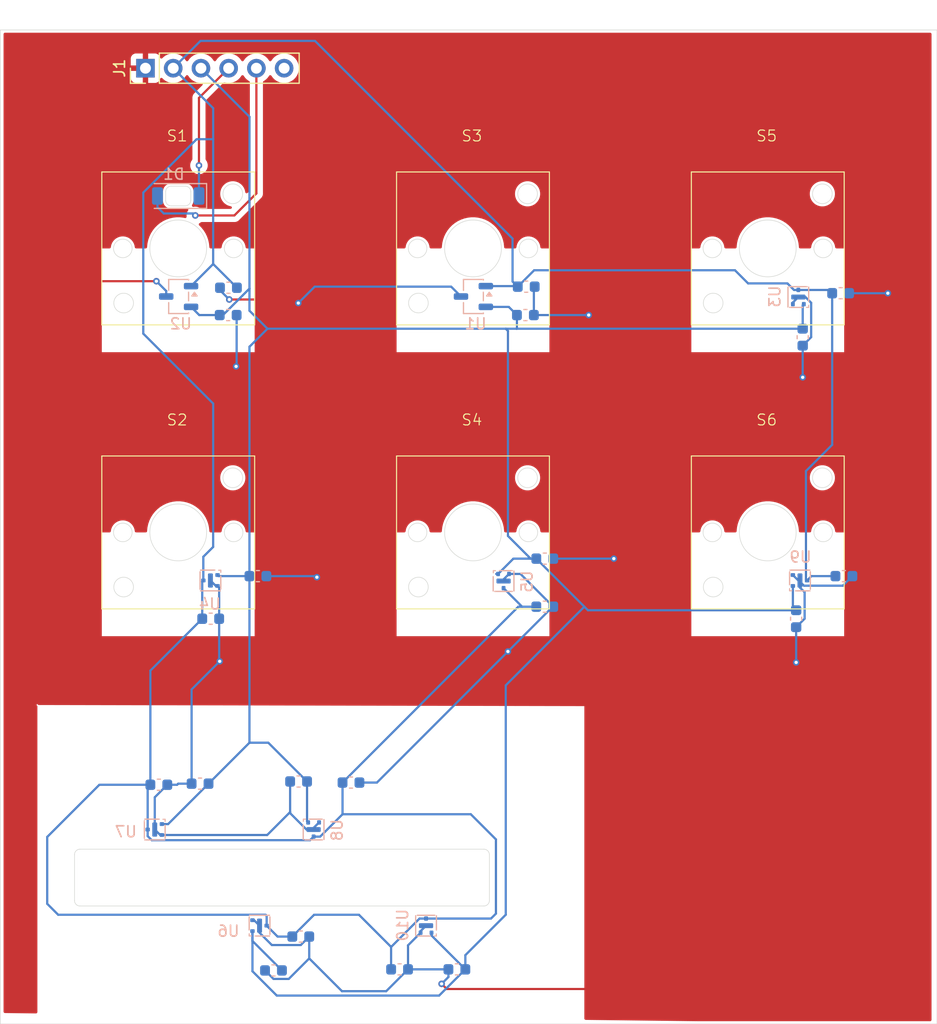
<source format=kicad_pcb>
(kicad_pcb (version 20241229) (generator "pcbnew") (generator_version "9.0")
  (layers (0 "F.Cu" signal) (2 "B.Cu" signal) (13 "F.Paste" user) (15 "B.Paste" user) (5 "F.SilkS" user "F.Silkscreen") (7 "B.SilkS" user "B.Silkscreen") (1 "F.Mask" user) (3 "B.Mask" user) (25 "Edge.Cuts" user))
  (net 0 "")
  (net 1 "GND")
  (net 2 "/Vout")
  (net 3 "VDD")
  (net 4 "Net-(D1-K)")
  (net 5 "Net-(D1-A)")
  (footprint "tmr-lib:combined_sw_lowpro" (layer "F.Cu") (at 147 96)
    (property "Reference" "S4" (at -0.1 -10.3 0) (layer "F.SilkS") (effects (font (thickness 0.1))))
    (property "Value" "TMR_switch")
    (fp_circle (center -5.075 0) (end -4.225 0) (stroke (width 0.05)) (fill no) (layer "Edge.Cuts"))
    (fp_circle (center -5 5) (end -4.1 5) (stroke (width 0.05)) (fill no) (layer "Edge.Cuts"))
    (fp_circle (center 0 0) (end 2.6 0) (stroke (width 0.05)) (fill no) (layer "Edge.Cuts"))
    (fp_circle (center 5 -5) (end 5.9 -5) (stroke (width 0.05)) (fill no) (layer "Edge.Cuts"))
    (fp_circle (center 5.075 0) (end 5.925 0) (stroke (width 0.05)) (fill no) (layer "Edge.Cuts"))
    (zone (net 0) (net_name "") (layers "F.Cu" "B.Cu") (connect_pads (clearance 0)) (min_thickness 0.25)
      (keepout (tracks allowed) (vias allowed) (pads allowed) (copperpour not_allowed) (footprints allowed))
      (fill (thermal_gap 0.5) (thermal_bridge_width 0.5))
      (polygon (pts (xy 140 96) (xy 154 96) (xy 154 105.5) (xy 140 105.5)))
    )
  )
  (footprint "tmr-lib:combined_sw_lowpro" (layer "F.Cu") (at 120 70)
    (property "Reference" "S1" (at -0.1 -10.3 0) (layer "F.SilkS") (effects (font (thickness 0.1))))
    (property "Value" "TMR_switch")
    (fp_circle (center -5.075 0) (end -4.225 0) (stroke (width 0.05)) (fill no) (layer "Edge.Cuts"))
    (fp_circle (center -5 5) (end -4.1 5) (stroke (width 0.05)) (fill no) (layer "Edge.Cuts"))
    (fp_circle (center 0 0) (end 2.6 0) (stroke (width 0.05)) (fill no) (layer "Edge.Cuts"))
    (fp_circle (center 5 -5) (end 5.9 -5) (stroke (width 0.05)) (fill no) (layer "Edge.Cuts"))
    (fp_circle (center 5.075 0) (end 5.925 0) (stroke (width 0.05)) (fill no) (layer "Edge.Cuts"))
    (zone (net 0) (net_name "") (layers "F.Cu" "B.Cu") (connect_pads (clearance 0)) (min_thickness 0.25)
      (keepout (tracks allowed) (vias allowed) (pads allowed) (copperpour not_allowed) (footprints allowed))
      (fill (thermal_gap 0.5) (thermal_bridge_width 0.5))
      (polygon (pts (xy 113 70) (xy 127 70) (xy 127 79.5) (xy 113 79.5)))
    )
  )
  (footprint "tmr-lib:combined_sw_lowpro" (layer "F.Cu") (at 174 96)
    (property "Reference" "S6" (at -0.1 -10.3 0) (layer "F.SilkS") (effects (font (thickness 0.1))))
    (property "Value" "TMR_switch")
    (fp_circle (center -5.075 0) (end -4.225 0) (stroke (width 0.05)) (fill no) (layer "Edge.Cuts"))
    (fp_circle (center -5 5) (end -4.1 5) (stroke (width 0.05)) (fill no) (layer "Edge.Cuts"))
    (fp_circle (center 0 0) (end 2.6 0) (stroke (width 0.05)) (fill no) (layer "Edge.Cuts"))
    (fp_circle (center 5 -5) (end 5.9 -5) (stroke (width 0.05)) (fill no) (layer "Edge.Cuts"))
    (fp_circle (center 5.075 0) (end 5.925 0) (stroke (width 0.05)) (fill no) (layer "Edge.Cuts"))
    (zone (net 0) (net_name "") (layers "F.Cu" "B.Cu") (connect_pads (clearance 0)) (min_thickness 0.25)
      (keepout (tracks allowed) (vias allowed) (pads allowed) (copperpour not_allowed) (footprints allowed))
      (fill (thermal_gap 0.5) (thermal_bridge_width 0.5))
      (polygon (pts (xy 167 96) (xy 181 96) (xy 181 105.5) (xy 167 105.5)))
    )
  )
  (footprint "tmr-lib:combined_sw_lowpro" (layer "F.Cu") (at 174 70)
    (property "Reference" "S5" (at -0.1 -10.3 0) (layer "F.SilkS") (effects (font (thickness 0.1))))
    (property "Value" "TMR_switch")
    (fp_circle (center -5.075 0) (end -4.225 0) (stroke (width 0.05)) (fill no) (layer "Edge.Cuts"))
    (fp_circle (center -5 5) (end -4.1 5) (stroke (width 0.05)) (fill no) (layer "Edge.Cuts"))
    (fp_circle (center 0 0) (end 2.6 0) (stroke (width 0.05)) (fill no) (layer "Edge.Cuts"))
    (fp_circle (center 5 -5) (end 5.9 -5) (stroke (width 0.05)) (fill no) (layer "Edge.Cuts"))
    (fp_circle (center 5.075 0) (end 5.925 0) (stroke (width 0.05)) (fill no) (layer "Edge.Cuts"))
    (zone (net 0) (net_name "") (layers "F.Cu" "B.Cu") (connect_pads (clearance 0)) (min_thickness 0.25)
      (keepout (tracks allowed) (vias allowed) (pads allowed) (copperpour not_allowed) (footprints allowed))
      (fill (thermal_gap 0.5) (thermal_bridge_width 0.5))
      (polygon (pts (xy 167 70) (xy 181 70) (xy 181 79.5) (xy 167 79.5)))
    )
  )
  (footprint "Connector_PinHeader_2.54mm:PinHeader_1x06_P2.54mm_Vertical" (layer "F.Cu") (at 117 53.5 90)
    (property "Reference" "J1" (at 0 -2.38 90) (layer "F.SilkS"))
    (property "Value" "Conn_01x06_Pin")
    (pad "1" thru_hole rect (at 0 0 90) (size 1.7 1.7) (drill 1) (layers "*.Cu" "*.Mask") (net 1 "GND"))
    (pad "2" thru_hole circle (at 0 2.54 90) (size 1.7 1.7) (drill 1) (layers "*.Cu" "*.Mask") (net 3 "VDD"))
    (pad "3" thru_hole circle (at 0 5.08 90) (size 1.7 1.7) (drill 1) (layers "*.Cu" "*.Mask") (net 2 "/Vout"))
    (pad "4" thru_hole circle (at 0 7.62 90) (size 1.7 1.7) (drill 1) (layers "*.Cu" "*.Mask") (net 4 "Net-(D1-K)"))
    (pad "5" thru_hole circle (at 0 10.16 90) (size 1.7 1.7) (drill 1) (layers "*.Cu" "*.Mask") (net 5 "Net-(D1-A)"))
    (pad "6" thru_hole circle (at 0 12.7 90) (size 1.7 1.7) (drill 1) (layers "*.Cu" "*.Mask"))
  )
  (footprint "tmr-lib:combined_sw_lowpro" (layer "F.Cu") (at 147 70)
    (property "Reference" "S3" (at -0.1 -10.3 0) (layer "F.SilkS") (effects (font (thickness 0.1))))
    (property "Value" "TMR_switch")
    (fp_circle (center -5.075 0) (end -4.225 0) (stroke (width 0.05)) (fill no) (layer "Edge.Cuts"))
    (fp_circle (center -5 5) (end -4.1 5) (stroke (width 0.05)) (fill no) (layer "Edge.Cuts"))
    (fp_circle (center 0 0) (end 2.6 0) (stroke (width 0.05)) (fill no) (layer "Edge.Cuts"))
    (fp_circle (center 5 -5) (end 5.9 -5) (stroke (width 0.05)) (fill no) (layer "Edge.Cuts"))
    (fp_circle (center 5.075 0) (end 5.925 0) (stroke (width 0.05)) (fill no) (layer "Edge.Cuts"))
    (zone (net 0) (net_name "") (layers "F.Cu" "B.Cu") (connect_pads (clearance 0)) (min_thickness 0.25)
      (keepout (tracks allowed) (vias allowed) (pads allowed) (copperpour not_allowed) (footprints allowed))
      (fill (thermal_gap 0.5) (thermal_bridge_width 0.5))
      (polygon (pts (xy 140 70) (xy 154 70) (xy 154 79.5) (xy 140 79.5)))
    )
  )
  (footprint "tmr-lib:combined_sw_lowpro" (layer "F.Cu") (at 120 96)
    (property "Reference" "S2" (at -0.1 -10.3 0) (layer "F.SilkS") (effects (font (thickness 0.1))))
    (property "Value" "TMR_switch")
    (fp_circle (center -5.075 0) (end -4.225 0) (stroke (width 0.05)) (fill no) (layer "Edge.Cuts"))
    (fp_circle (center -5 5) (end -4.1 5) (stroke (width 0.05)) (fill no) (layer "Edge.Cuts"))
    (fp_circle (center 0 0) (end 2.6 0) (stroke (width 0.05)) (fill no) (layer "Edge.Cuts"))
    (fp_circle (center 5 -5) (end 5.9 -5) (stroke (width 0.05)) (fill no) (layer "Edge.Cuts"))
    (fp_circle (center 5.075 0) (end 5.925 0) (stroke (width 0.05)) (fill no) (layer "Edge.Cuts"))
    (zone (net 0) (net_name "") (layers "F.Cu" "B.Cu") (connect_pads (clearance 0)) (min_thickness 0.25)
      (keepout (tracks allowed) (vias allowed) (pads allowed) (copperpour not_allowed) (footprints allowed))
      (fill (thermal_gap 0.5) (thermal_bridge_width 0.5))
      (polygon (pts (xy 113 96) (xy 127 96) (xy 127 105.5) (xy 113 105.5)))
    )
  )
  (footprint "tmr-lib:LED_1206_THT" (layer "B.Cu") (at 120 65.2 180)
    (property "Reference" "D1" (at 0.4 2 0) (layer "B.SilkS") (effects (justify mirror)))
    (property "Value" "LED")
    (fp_line (start 1.15 0.4) (end 1.15 -0.4) (stroke (width 0.05)) (layer "Edge.Cuts"))
    (fp_line (start 0.65 -0.9) (end -0.65 -0.9) (stroke (width 0.05)) (layer "Edge.Cuts"))
    (fp_line (start -0.65 0.9) (end 0.65 0.9) (stroke (width 0.05)) (layer "Edge.Cuts"))
    (fp_line (start -1.15 -0.4) (end -1.15 0.4) (stroke (width 0.05)) (layer "Edge.Cuts"))
    (fp_arc (start 1.146447 0.4) (mid 1 0.753552) (end 0.646447 0.9) (stroke (width 0.05)) (layer "Edge.Cuts"))
    (fp_arc (start 0.65 -0.9) (mid 1.003553 -0.753553) (end 1.15 -0.4) (stroke (width 0.05)) (layer "Edge.Cuts"))
    (fp_arc (start -0.650001 0.900001) (mid -1.003554 0.753554) (end -1.150001 0.400001) (stroke (width 0.05)) (layer "Edge.Cuts"))
    (fp_arc (start -1.146447 -0.396447) (mid -1 -0.75) (end -0.646447 -0.896447) (stroke (width 0.05)) (layer "Edge.Cuts"))
    (pad "1" smd roundrect (at -1.9 0 180) (size 1 1.6) (layers "B.Cu" "B.Mask" "B.Paste") (roundrect_rratio 0.2) (net 4 "Net-(D1-K)"))
    (pad "2" smd roundrect (at 1.9 0 180) (size 1 1.6) (layers "B.Cu" "B.Mask" "B.Paste") (roundrect_rratio 0.2) (net 5 "Net-(D1-A)"))
  )
  (footprint "tmr-lib:C_0603_1608Metric" (layer "B.Cu") (at 176.6 103.9 -90)
    (property "Reference" "C10")
    (property "Value" "C_Vout")
    (pad "1" smd roundrect (at -0.775 0 270) (size 0.9 0.95) (layers "B.Cu" "B.Mask" "B.Paste") (net 2 "/Vout"))
    (pad "2" smd roundrect (at 0.775 0 270) (size 0.9 0.95) (layers "B.Cu" "B.Mask" "B.Paste") (net 1 "GND"))
  )
  (footprint "tmr-lib:C_0603_1608Metric" (layer "B.Cu") (at 135.825 118.9 180)
    (property "Reference" "C13")
    (property "Value" "C_Vcc")
    (pad "1" smd roundrect (at -0.775 0 180) (size 0.9 0.95) (layers "B.Cu" "B.Mask" "B.Paste") (net 1 "GND"))
    (pad "2" smd roundrect (at 0.775 0 180) (size 0.9 0.95) (layers "B.Cu" "B.Mask" "B.Paste") (net 3 "VDD"))
  )
  (footprint "tmr-lib:C_0603_1608Metric" (layer "B.Cu") (at 145.525 136 180)
    (property "Reference" "C12")
    (property "Value" "C_Vout")
    (pad "1" smd roundrect (at -0.775 0 180) (size 0.9 0.95) (layers "B.Cu" "B.Mask" "B.Paste") (net 2 "/Vout"))
    (pad "2" smd roundrect (at 0.775 0 180) (size 0.9 0.95) (layers "B.Cu" "B.Mask" "B.Paste") (net 1 "GND"))
  )
  (footprint "tmr-lib:SOT-23-3" (layer "B.Cu") (at 147.0375 74.4 180)
    (property "Reference" "U1" (at -0.2 -2.5 0) (layer "B.SilkS") (effects (justify mirror)))
    (property "Value" "TMR2617")
    (pad "1" smd roundrect (at -1.1375 0.95 180) (size 1.325 0.6) (layers "B.Cu" "B.Mask" "B.Paste") (net 3 "VDD"))
    (pad "2" smd roundrect (at -1.1375 -0.95 180) (size 1.325 0.6) (layers "B.Cu" "B.Mask" "B.Paste") (net 2 "/Vout"))
    (pad "3" smd roundrect (at 1.1375 0 180) (size 1.325 0.6) (layers "B.Cu" "B.Mask" "B.Paste") (net 1 "GND"))
  )
  (footprint "tmr-lib:C_0603_1608Metric" (layer "B.Cu") (at 122.975 103.9 180)
    (property "Reference" "C14")
    (property "Value" "C_Vcc")
    (pad "1" smd roundrect (at -0.775 0 180) (size 0.9 0.95) (layers "B.Cu" "B.Mask" "B.Paste") (net 1 "GND"))
    (pad "2" smd roundrect (at 0.775 0 180) (size 0.9 0.95) (layers "B.Cu" "B.Mask" "B.Paste") (net 3 "VDD"))
  )
  (footprint "tmr-lib:C_0603_1608Metric" (layer "B.Cu") (at 118.225 119.1 180)
    (property "Reference" "C16")
    (property "Value" "C_Vcc")
    (pad "1" smd roundrect (at -0.775 0 180) (size 0.9 0.95) (layers "B.Cu" "B.Mask" "B.Paste") (net 1 "GND"))
    (pad "2" smd roundrect (at 0.775 0 180) (size 0.9 0.95) (layers "B.Cu" "B.Mask" "B.Paste") (net 3 "VDD"))
  )
  (footprint "tmr-lib:C_0603_1608Metric" (layer "B.Cu") (at 131.025 118.8 180)
    (property "Reference" "C18")
    (property "Value" "C_Vout")
    (pad "1" smd roundrect (at -0.775 0 180) (size 0.9 0.95) (layers "B.Cu" "B.Mask" "B.Paste") (net 2 "/Vout"))
    (pad "2" smd roundrect (at 0.775 0 180) (size 0.9 0.95) (layers "B.Cu" "B.Mask" "B.Paste") (net 1 "GND"))
  )
  (footprint "tmr-lib:DFN-3L-1.6x1.6" (layer "B.Cu") (at 142.7 132 90)
    (property "Reference" "U10" (at 0.05 -2.15 270) (layer "B.SilkS") (effects (justify mirror)))
    (property "Value" "TMR2615")
    (pad "1" smd roundrect (at -0.65 0.5 90) (size 0.4 0.35) (layers "B.Cu" "B.Mask" "B.Paste") (roundrect_rratio 0.2) (net 2 "/Vout"))
    (pad "2" smd roundrect (at -0.65 -0.5 90) (size 0.4 0.35) (layers "B.Cu" "B.Mask" "B.Paste") (roundrect_rratio 0.2) (net 1 "GND"))
    (pad "3" smd roundrect (at 0.65 0 90) (size 0.4 0.35) (layers "B.Cu" "B.Mask" "B.Paste") (roundrect_rratio 0.2) (net 3 "VDD"))
    (pad "4" smd roundrect (at 0 0 90) (size 0.45 1.3) (layers "B.Cu" "B.Mask" "B.Paste") (roundrect_rratio 0.2) (net 1 "GND"))
  )
  (footprint "tmr-lib:C_0603_1608Metric" (layer "B.Cu") (at 140.275 136 180)
    (property "Reference" "C15")
    (property "Value" "C_Vcc")
    (pad "1" smd roundrect (at -0.775 0 180) (size 0.9 0.95) (layers "B.Cu" "B.Mask" "B.Paste") (net 1 "GND"))
    (pad "2" smd roundrect (at 0.775 0 180) (size 0.9 0.95) (layers "B.Cu" "B.Mask" "B.Paste") (net 3 "VDD"))
  )
  (footprint "tmr-lib:C_0603_1608Metric" (layer "B.Cu") (at 128.725 136.1 180)
    (property "Reference" "C19")
    (property "Value" "C_Vout")
    (pad "1" smd roundrect (at -0.775 0 180) (size 0.9 0.95) (layers "B.Cu" "B.Mask" "B.Paste") (net 2 "/Vout"))
    (pad "2" smd roundrect (at 0.775 0 180) (size 0.9 0.95) (layers "B.Cu" "B.Mask" "B.Paste") (net 1 "GND"))
  )
  (footprint "tmr-lib:DFN-3L-1.6x1.6" (layer "B.Cu") (at 122.95 100.4 180)
    (property "Reference" "U4" (at 0.05 -2.15 0) (layer "B.SilkS") (effects (justify mirror)))
    (property "Value" "TMR2615")
    (pad "1" smd roundrect (at -0.65 0.5 180) (size 0.4 0.35) (layers "B.Cu" "B.Mask" "B.Paste") (roundrect_rratio 0.2) (net 2 "/Vout"))
    (pad "2" smd roundrect (at -0.65 -0.5 180) (size 0.4 0.35) (layers "B.Cu" "B.Mask" "B.Paste") (roundrect_rratio 0.2) (net 1 "GND"))
    (pad "3" smd roundrect (at 0.65 0 180) (size 0.4 0.35) (layers "B.Cu" "B.Mask" "B.Paste") (roundrect_rratio 0.2) (net 3 "VDD"))
    (pad "4" smd roundrect (at 0 0 180) (size 0.45 1.3) (layers "B.Cu" "B.Mask" "B.Paste") (roundrect_rratio 0.2) (net 1 "GND"))
  )
  (footprint "tmr-lib:C_0603_1608Metric" (layer "B.Cu") (at 151.8 76.1)
    (property "Reference" "C8")
    (property "Value" "C_Vout")
    (pad "1" smd roundrect (at -0.775 0) (size 0.9 0.95) (layers "B.Cu" "B.Mask" "B.Paste") (net 2 "/Vout"))
    (pad "2" smd roundrect (at 0.775 0) (size 0.9 0.95) (layers "B.Cu" "B.Mask" "B.Paste") (net 1 "GND"))
  )
  (footprint "tmr-lib:DFN-3L-1.6x1.6" (layer "B.Cu") (at 117.85 123.2 180)
    (property "Reference" "U7" (at 2.65 -0.2 0) (layer "B.SilkS") (effects (justify mirror)))
    (property "Value" "TMR2615")
    (pad "1" smd roundrect (at -0.65 0.5 180) (size 0.4 0.35) (layers "B.Cu" "B.Mask" "B.Paste") (roundrect_rratio 0.2) (net 2 "/Vout"))
    (pad "2" smd roundrect (at -0.65 -0.5 180) (size 0.4 0.35) (layers "B.Cu" "B.Mask" "B.Paste") (roundrect_rratio 0.2) (net 1 "GND"))
    (pad "3" smd roundrect (at 0.65 0 180) (size 0.4 0.35) (layers "B.Cu" "B.Mask" "B.Paste") (roundrect_rratio 0.2) (net 3 "VDD"))
    (pad "4" smd roundrect (at 0 0 180) (size 0.45 1.3) (layers "B.Cu" "B.Mask" "B.Paste") (roundrect_rratio 0.2) (net 1 "GND"))
  )
  (footprint "tmr-lib:C_0603_1608Metric" (layer "B.Cu") (at 124.6 73.6)
    (property "Reference" "C1")
    (property "Value" "C_Vcc")
    (pad "1" smd roundrect (at -0.775 0) (size 0.9 0.95) (layers "B.Cu" "B.Mask" "B.Paste") (net 1 "GND"))
    (pad "2" smd roundrect (at 0.775 0) (size 0.9 0.95) (layers "B.Cu" "B.Mask" "B.Paste") (net 3 "VDD"))
  )
  (footprint "tmr-lib:C_0603_1608Metric" (layer "B.Cu") (at 153.575 98.4)
    (property "Reference" "C20")
    (property "Value" "C_Vout")
    (pad "1" smd roundrect (at -0.775 0) (size 0.9 0.95) (layers "B.Cu" "B.Mask" "B.Paste") (net 2 "/Vout"))
    (pad "2" smd roundrect (at 0.775 0) (size 0.9 0.95) (layers "B.Cu" "B.Mask" "B.Paste") (net 1 "GND"))
  )
  (footprint "tmr-lib:C_0603_1608Metric" (layer "B.Cu") (at 180.975 100 180)
    (property "Reference" "C4")
    (property "Value" "C_Vcc")
    (pad "1" smd roundrect (at -0.775 0 180) (size 0.9 0.95) (layers "B.Cu" "B.Mask" "B.Paste") (net 1 "GND"))
    (pad "2" smd roundrect (at 0.775 0 180) (size 0.9 0.95) (layers "B.Cu" "B.Mask" "B.Paste") (net 3 "VDD"))
  )
  (footprint "tmr-lib:DFN-3L-1.6x1.6" (layer "B.Cu") (at 149.8 100.45 -90)
    (property "Reference" "U5" (at 0.05 -2.15 90) (layer "B.SilkS") (effects (justify mirror)))
    (property "Value" "TMR2615")
    (pad "1" smd roundrect (at -0.65 0.5 270) (size 0.4 0.35) (layers "B.Cu" "B.Mask" "B.Paste") (roundrect_rratio 0.2) (net 2 "/Vout"))
    (pad "2" smd roundrect (at -0.65 -0.5 270) (size 0.4 0.35) (layers "B.Cu" "B.Mask" "B.Paste") (roundrect_rratio 0.2) (net 1 "GND"))
    (pad "3" smd roundrect (at 0.65 0 270) (size 0.4 0.35) (layers "B.Cu" "B.Mask" "B.Paste") (roundrect_rratio 0.2) (net 3 "VDD"))
    (pad "4" smd roundrect (at 0 0 270) (size 0.45 1.3) (layers "B.Cu" "B.Mask" "B.Paste") (roundrect_rratio 0.2) (net 1 "GND"))
  )
  (footprint "tmr-lib:C_0603_1608Metric" (layer "B.Cu") (at 177.2 78.125 -90)
    (property "Reference" "C11")
    (property "Value" "C_Vout")
    (pad "1" smd roundrect (at -0.775 0 270) (size 0.9 0.95) (layers "B.Cu" "B.Mask" "B.Paste") (net 2 "/Vout"))
    (pad "2" smd roundrect (at 0.775 0 270) (size 0.9 0.95) (layers "B.Cu" "B.Mask" "B.Paste") (net 1 "GND"))
  )
  (footprint "tmr-lib:DFN-3L-1.6x1.6" (layer "B.Cu") (at 176.95 100.4)
    (property "Reference" "U9" (at 0.05 -2.15 180) (layer "B.SilkS") (effects (justify mirror)))
    (property "Value" "TMR2615")
    (pad "1" smd roundrect (at -0.65 0.5) (size 0.4 0.35) (layers "B.Cu" "B.Mask" "B.Paste") (roundrect_rratio 0.2) (net 2 "/Vout"))
    (pad "2" smd roundrect (at -0.65 -0.5) (size 0.4 0.35) (layers "B.Cu" "B.Mask" "B.Paste") (roundrect_rratio 0.2) (net 1 "GND"))
    (pad "3" smd roundrect (at 0.65 0) (size 0.4 0.35) (layers "B.Cu" "B.Mask" "B.Paste") (roundrect_rratio 0.2) (net 3 "VDD"))
    (pad "4" smd roundrect (at 0 0) (size 0.45 1.3) (layers "B.Cu" "B.Mask" "B.Paste") (roundrect_rratio 0.2) (net 1 "GND"))
  )
  (footprint "tmr-lib:C_0603_1608Metric" (layer "B.Cu") (at 131.225 133 180)
    (property "Reference" "C5")
    (property "Value" "C_Vcc")
    (pad "1" smd roundrect (at -0.775 0 180) (size 0.9 0.95) (layers "B.Cu" "B.Mask" "B.Paste") (net 1 "GND"))
    (pad "2" smd roundrect (at 0.775 0 180) (size 0.9 0.95) (layers "B.Cu" "B.Mask" "B.Paste") (net 3 "VDD"))
  )
  (footprint "tmr-lib:C_0603_1608Metric" (layer "B.Cu") (at 151.875 73.5 180)
    (property "Reference" "C2")
    (property "Value" "C_Vcc")
    (pad "1" smd roundrect (at -0.775 0 180) (size 0.9 0.95) (layers "B.Cu" "B.Mask" "B.Paste") (net 1 "GND"))
    (pad "2" smd roundrect (at 0.775 0 180) (size 0.9 0.95) (layers "B.Cu" "B.Mask" "B.Paste") (net 3 "VDD"))
  )
  (footprint "tmr-lib:C_0603_1608Metric" (layer "B.Cu") (at 127.3 100)
    (property "Reference" "C9")
    (property "Value" "C_Vout")
    (pad "1" smd roundrect (at -0.775 0) (size 0.9 0.95) (layers "B.Cu" "B.Mask" "B.Paste") (net 2 "/Vout"))
    (pad "2" smd roundrect (at 0.775 0) (size 0.9 0.95) (layers "B.Cu" "B.Mask" "B.Paste") (net 1 "GND"))
  )
  (footprint "tmr-lib:DFN-3L-1.6x1.6" (layer "B.Cu") (at 132.4 123.2 -90)
    (property "Reference" "U8" (at 0.05 -2.15 90) (layer "B.SilkS") (effects (justify mirror)))
    (property "Value" "TMR2615")
    (pad "1" smd roundrect (at -0.65 0.5 270) (size 0.4 0.35) (layers "B.Cu" "B.Mask" "B.Paste") (roundrect_rratio 0.2) (net 2 "/Vout"))
    (pad "2" smd roundrect (at -0.65 -0.5 270) (size 0.4 0.35) (layers "B.Cu" "B.Mask" "B.Paste") (roundrect_rratio 0.2) (net 1 "GND"))
    (pad "3" smd roundrect (at 0.65 0 270) (size 0.4 0.35) (layers "B.Cu" "B.Mask" "B.Paste") (roundrect_rratio 0.2) (net 3 "VDD"))
    (pad "4" smd roundrect (at 0 0 270) (size 0.45 1.3) (layers "B.Cu" "B.Mask" "B.Paste") (roundrect_rratio 0.2) (net 1 "GND"))
  )
  (footprint "tmr-lib:C_0603_1608Metric" (layer "B.Cu") (at 124.575 76.1)
    (property "Reference" "C7")
    (property "Value" "C_Vout")
    (pad "1" smd roundrect (at -0.775 0) (size 0.9 0.95) (layers "B.Cu" "B.Mask" "B.Paste") (net 2 "/Vout"))
    (pad "2" smd roundrect (at 0.775 0) (size 0.9 0.95) (layers "B.Cu" "B.Mask" "B.Paste") (net 1 "GND"))
  )
  (footprint "tmr-lib:SOT-23-3" (layer "B.Cu") (at 120.0375 74.4 180)
    (property "Reference" "U2" (at -0.2 -2.5 0) (layer "B.SilkS") (effects (justify mirror)))
    (property "Value" "TMR2617")
    (pad "1" smd roundrect (at -1.1375 0.95 180) (size 1.325 0.6) (layers "B.Cu" "B.Mask" "B.Paste") (net 3 "VDD"))
    (pad "2" smd roundrect (at -1.1375 -0.95 180) (size 1.325 0.6) (layers "B.Cu" "B.Mask" "B.Paste") (net 2 "/Vout"))
    (pad "3" smd roundrect (at 1.1375 0 180) (size 1.325 0.6) (layers "B.Cu" "B.Mask" "B.Paste") (net 1 "GND"))
  )
  (footprint "tmr-lib:DFN-3L-1.6x1.6" (layer "B.Cu") (at 176.8 74.45 90)
    (property "Reference" "U3" (at 0.05 -2.15 270) (layer "B.SilkS") (effects (justify mirror)))
    (property "Value" "TMR2615")
    (pad "1" smd roundrect (at -0.65 0.5 90) (size 0.4 0.35) (layers "B.Cu" "B.Mask" "B.Paste") (roundrect_rratio 0.2) (net 2 "/Vout"))
    (pad "2" smd roundrect (at -0.65 -0.5 90) (size 0.4 0.35) (layers "B.Cu" "B.Mask" "B.Paste") (roundrect_rratio 0.2) (net 1 "GND"))
    (pad "3" smd roundrect (at 0.65 0 90) (size 0.4 0.35) (layers "B.Cu" "B.Mask" "B.Paste") (roundrect_rratio 0.2) (net 3 "VDD"))
    (pad "4" smd roundrect (at 0 0 90) (size 0.45 1.3) (layers "B.Cu" "B.Mask" "B.Paste") (roundrect_rratio 0.2) (net 1 "GND"))
  )
  (footprint "tmr-lib:C_0603_1608Metric" (layer "B.Cu") (at 180.675 74.1 180)
    (property "Reference" "C6")
    (property "Value" "C_Vcc")
    (pad "1" smd roundrect (at -0.775 0 180) (size 0.9 0.95) (layers "B.Cu" "B.Mask" "B.Paste") (net 1 "GND"))
    (pad "2" smd roundrect (at 0.775 0 180) (size 0.9 0.95) (layers "B.Cu" "B.Mask" "B.Paste") (net 3 "VDD"))
  )
  (footprint "tmr-lib:C_0603_1608Metric" (layer "B.Cu") (at 122 119 180)
    (property "Reference" "C17")
    (property "Value" "C_Vout")
    (pad "1" smd roundrect (at -0.775 0 180) (size 0.9 0.95) (layers "B.Cu" "B.Mask" "B.Paste") (net 2 "/Vout"))
    (pad "2" smd roundrect (at 0.775 0 180) (size 0.9 0.95) (layers "B.Cu" "B.Mask" "B.Paste") (net 1 "GND"))
  )
  (footprint "tmr-lib:C_0603_1608Metric" (layer "B.Cu") (at 153.575 102.8 180)
    (property "Reference" "C3")
    (property "Value" "C_Vcc")
    (pad "1" smd roundrect (at -0.775 0 180) (size 0.9 0.95) (layers "B.Cu" "B.Mask" "B.Paste") (net 1 "GND"))
    (pad "2" smd roundrect (at 0.775 0 180) (size 0.9 0.95) (layers "B.Cu" "B.Mask" "B.Paste") (net 3 "VDD"))
  )
  (footprint "tmr-lib:DFN-3L-1.6x1.6" (layer "B.Cu") (at 127.45 132)
    (property "Reference" "U6" (at -2.85 0.5 180) (layer "B.SilkS") (effects (justify mirror)))
    (property "Value" "TMR2615")
    (pad "1" smd roundrect (at -0.65 0.5) (size 0.4 0.35) (layers "B.Cu" "B.Mask" "B.Paste") (roundrect_rratio 0.2) (net 2 "/Vout"))
    (pad "2" smd roundrect (at -0.65 -0.5) (size 0.4 0.35) (layers "B.Cu" "B.Mask" "B.Paste") (roundrect_rratio 0.2) (net 1 "GND"))
    (pad "3" smd roundrect (at 0.65 0) (size 0.4 0.35) (layers "B.Cu" "B.Mask" "B.Paste") (roundrect_rratio 0.2) (net 3 "VDD"))
    (pad "4" smd roundrect (at 0 0) (size 0.45 1.3) (layers "B.Cu" "B.Mask" "B.Paste") (roundrect_rratio 0.2) (net 1 "GND"))
  )
  (gr_arc (start 110.5 125.5) (mid 110.646447 125.146447) (end 111 125) (stroke (width 0.05)) (layer "Edge.Cuts"))
  (gr_line (start 111 125) (end 148 125) (stroke (width 0.05)) (layer "Edge.Cuts"))
  (gr_arc (start 148.5 129.7) (mid 148.353553 130.053553) (end 148 130.2) (stroke (width 0.05)) (layer "Edge.Cuts"))
  (gr_rect (start 103.7 50) (end 189.5 141) (stroke (width 0.05)) (fill no) (layer "Edge.Cuts"))
  (gr_arc (start 111 130.2) (mid 110.646447 130.053553) (end 110.5 129.7) (stroke (width 0.05)) (layer "Edge.Cuts"))
  (gr_line (start 148.5 129.7) (end 148.5 125.5) (stroke (width 0.05)) (layer "Edge.Cuts"))
  (gr_line (start 111 130.2) (end 148 130.2) (stroke (width 0.05)) (layer "Edge.Cuts"))
  (gr_line (start 110.5 125.5) (end 110.5 129.7) (stroke (width 0.05)) (layer "Edge.Cuts"))
  (gr_arc (start 148 125) (mid 148.353553 125.146447) (end 148.5 125.5) (stroke (width 0.05)) (layer "Edge.Cuts"))
  (segment (start 130.67579 74.67579) (end 131 75) (width 0.2) (layer "F.Cu") (net 1))
  (segment (start 117 55) (end 116 56) (width 0.2) (layer "F.Cu") (net 1))
  (segment (start 144.125735 137.325735) (end 144.6 137.8) (width 0.2) (layer "F.Cu") (net 1))
  (segment (start 118 73) (end 109 73) (width 0.2) (layer "F.Cu") (net 1))
  (segment (start 144.6 137.8) (end 159.7 137.8) (width 0.2) (layer "F.Cu") (net 1))
  (segment (start 124.67579 74.67579) (end 130.67579 74.67579) (width 0.2) (layer "F.Cu") (net 1))
  (segment (start 117 53.5) (end 117 55) (width 0.2) (layer "F.Cu") (net 1))
  (via (at 150.2 106.9) (size 0.6) (drill 0.3) (layers "F.Cu" "B.Cu") (net 1))
  (via (at 185 74.1) (size 0.6) (drill 0.3) (layers "F.Cu" "B.Cu") (net 1))
  (via (at 176.6 107.9) (size 0.6) (drill 0.3) (layers "F.Cu" "B.Cu") (net 1))
  (via (at 118 73) (size 0.6) (drill 0.3) (layers "F.Cu" "B.Cu") (net 1))
  (via (at 132.7 100.1) (size 0.6) (drill 0.3) (layers "F.Cu" "B.Cu") (net 1))
  (via (at 124.67579 74.67579) (size 0.6) (drill 0.3) (layers "F.Cu" "B.Cu") (net 1))
  (via (at 177.2 81.8) (size 0.6) (drill 0.3) (layers "F.Cu" "B.Cu") (net 1))
  (via (at 125.3 80.8) (size 0.6) (drill 0.3) (layers "F.Cu" "B.Cu") (net 1))
  (via (at 157.6 76.1) (size 0.6) (drill 0.3) (layers "F.Cu" "B.Cu") (net 1))
  (via (at 159.9 98.4) (size 0.6) (drill 0.3) (layers "F.Cu" "B.Cu") (net 1))
  (via (at 144.125735 137.325735) (size 0.6) (drill 0.3) (layers "F.Cu" "B.Cu") (net 1))
  (via (at 131 75) (size 0.6) (drill 0.3) (layers "F.Cu" "B.Cu") (net 1))
  (via (at 123.8 107.8) (size 0.6) (drill 0.3) (layers "F.Cu" "B.Cu") (net 1))
  (segment (start 154.3 102.8) (end 150.2 106.9) (width 0.2) (layer "B.Cu") (net 1))
  (segment (start 142.2 132.5) (end 142.7 132) (width 0.2) (layer "B.Cu") (net 1))
  (segment (start 130.124 136.876) (end 132 135) (width 0.2) (layer "B.Cu") (net 1))
  (segment (start 144.75 136.70147) (end 144.125735 137.325735) (width 0.2) (layer "B.Cu") (net 1))
  (segment (start 126.8 131.5) (end 126.95 131.5) (width 0.2) (layer "B.Cu") (net 1))
  (segment (start 131.224 133.776) (end 132 133) (width 0.2) (layer "B.Cu") (net 1))
  (segment (start 152.575 76.1) (end 157.6 76.1) (width 0.2) (layer "B.Cu") (net 1))
  (segment (start 145.9 74.4) (end 144.999 73.499) (width 0.2) (layer "B.Cu") (net 1))
  (segment (start 125.35 76.1) (end 125.35 80.75) (width 0.2) (layer "B.Cu") (net 1))
  (segment (start 152.575 76.1) (end 152.575 73.575) (width 0.2) (layer "B.Cu") (net 1))
  (segment (start 128.15 123.7) (end 130.25 121.6) (width 0.2) (layer "B.Cu") (net 1))
  (segment (start 139.05 138) (end 135 138) (width 0.2) (layer "B.Cu") (net 1))
  (segment (start 152.575 73.575) (end 152.65 73.5) (width 0.2) (layer "B.Cu") (net 1))
  (segment (start 150.3 99.8) (end 151.35 99.8) (width 0.2) (layer "B.Cu") (net 1))
  (segment (start 128.075 100) (end 132.6 100) (width 0.2) (layer "B.Cu") (net 1))
  (segment (start 138.2 118.9) (end 150.2 106.9) (width 0.2) (layer "B.Cu") (net 1))
  (segment (start 149.8 100.3) (end 150.3 99.8) (width 0.2) (layer "B.Cu") (net 1))
  (segment (start 176.95 100.511612) (end 177.314388 100.876) (width 0.2) (layer "B.Cu") (net 1))
  (segment (start 154.35 102.8) (end 154.3 102.8) (width 0.2) (layer "B.Cu") (net 1))
  (segment (start 118.35 123.7) (end 117.85 123.2) (width 0.2) (layer "B.Cu") (net 1))
  (segment (start 128.726 136.876) (end 130.124 136.876) (width 0.2) (layer "B.Cu") (net 1))
  (segment (start 142.2 132.65) (end 142.2 132.5) (width 0.2) (layer "B.Cu") (net 1))
  (segment (start 177.376 101.475999) (end 176.95 101.049999) (width 0.2) (layer "B.Cu") (net 1))
  (segment (start 176.8 74.45) (end 177.449999 74.45) (width 0.2) (layer "B.Cu") (net 1))
  (segment (start 121.225 110.375) (end 123.8 107.8) (width 0.2) (layer "B.Cu") (net 1))
  (segment (start 176.95 100.4) (end 176.8 100.4) (width 0.2) (layer "B.Cu") (net 1))
  (segment (start 118.9 73.9) (end 118 73) (width 0.2) (layer "B.Cu") (net 1))
  (segment (start 126.95 131.5) (end 127.45 132) (width 0.2) (layer "B.Cu") (net 1))
  (segment (start 135 138) (end 132 135) (width 0.2) (layer "B.Cu") (net 1))
  (segment (start 127.95 136.1) (end 128.726 136.876) (width 0.2) (layer "B.Cu") (net 1))
  (segment (start 119.9 119.1) (end 120 119) (width 0.2) (layer "B.Cu") (net 1))
  (segment (start 180.874 100.876) (end 181.75 100) (width 0.2) (layer "B.Cu") (net 1))
  (segment (start 123.75 101.05) (end 123.6 100.9) (width 0.2) (layer "B.Cu") (net 1))
  (segment (start 176.3 75.1) (end 176.3 74.95) (width 0.2) (layer "B.Cu") (net 1))
  (segment (start 144.75 136) (end 144.75 136.70147) (width 0.2) (layer "B.Cu") (net 1))
  (segment (start 176.95 100.4) (end 176.95 100.511612) (width 0.2) (layer "B.Cu") (net 1))
  (segment (start 177.976 78.124) (end 177.2 78.9) (width 0.2) (layer "B.Cu") (net 1))
  (segment (start 177.314388 100.876) (end 180.874 100.876) (width 0.2) (layer "B.Cu") (net 1))
  (segment (start 130.25 121.699999) (end 130.25 121.6) (width 0.2) (layer "B.Cu") (net 1))
  (segment (start 123.6 100.9) (end 123.45 100.9) (width 0.2) (layer "B.Cu") (net 1))
  (segment (start 176.95 101.049999) (end 176.95 100.4) (width 0.2) (layer "B.Cu") (net 1))
  (segment (start 128.576001 133.776) (end 131.224 133.776) (width 0.2) (layer "B.Cu") (net 1))
  (segment (start 130.25 121.6) (end 130.25 118.8) (width 0.2) (layer "B.Cu") (net 1))
  (segment (start 117.85 123.2) (end 117.85 120.25) (width 0.2) (layer "B.Cu") (net 1))
  (segment (start 154.35 98.4) (end 159.9 98.4) (width 0.2) (layer "B.Cu") (net 1))
  (segment (start 176.3 74.95) (end 176.8 74.45) (width 0.2) (layer "B.Cu") (net 1))
  (segment (start 151.35 99.8) (end 154.35 102.8) (width 0.2) (layer "B.Cu") (net 1))
  (segment (start 132.4 123.2) (end 132.4 123.05) (width 0.2) (layer "B.Cu") (net 1))
  (segment (start 120 119) (end 121.225 119) (width 0.2) (layer "B.Cu") (net 1))
  (segment (start 123.825 73.6) (end 123.825 73.825) (width 0.2) (layer "B.Cu") (net 1))
  (segment (start 118.5 123.7) (end 128.15 123.7) (width 0.2) (layer "B.Cu") (net 1))
  (segment (start 177.449999 74.45) (end 177.976 74.976001) (width 0.2) (layer "B.Cu") (net 1))
  (segment (start 176.6 104.675) (end 177.376 103.899) (width 0.2) (layer "B.Cu") (net 1))
  (segment (start 123.75 107.75) (end 123.8 107.8) (width 0.2) (layer "B.Cu") (net 1))
  (segment (start 117.85 120.25) (end 119 119.1) (width 0.2) (layer "B.Cu") (net 1))
  (segment (start 118.5 123.7) (end 118.35 123.7) (width 0.2) (layer "B.Cu") (net 1))
  (segment (start 181.45 74.1) (end 185 74.1) (width 0.2) (layer "B.Cu") (net 1))
  (segment (start 127.45 132) (end 127.45 132.649999) (width 0.2) (layer "B.Cu") (net 1))
  (segment (start 132.6 100) (end 132.7 100.1) (width 0.2) (layer "B.Cu") (net 1))
  (segment (start 141.05 133.8) (end 142.2 132.65) (width 0.2) (layer "B.Cu") (net 1))
  (segment (start 123.825 73.825) (end 124.67579 74.67579) (width 0.2) (layer "B.Cu") (net 1))
  (segment (start 136.6 118.9) (end 138.2 118.9) (width 0.2) (layer "B.Cu") (net 1))
  (segment (start 144.999 73.499) (end 132.501 73.499) (width 0.2) (layer "B.Cu") (net 1))
  (segment (start 125.35 80.75) (end 125.3 80.8) (width 0.2) (layer "B.Cu") (net 1))
  (segment (start 141.05 136) (end 141.05 133.8) (width 0.2) (layer "B.Cu") (net 1))
  (segment (start 177.376 103.899) (end 177.376 101.475999) (width 0.2) (layer "B.Cu") (net 1))
  (segment (start 141.05 136) (end 139.05 138) (width 0.2) (layer "B.Cu") (net 1))
  (segment (start 176.6 104.675) (end 176.6 107.9) (width 0.2) (layer "B.Cu") (net 1))
  (segment (start 132.4 123.2) (end 131.750001 123.2) (width 0.2) (layer "B.Cu") (net 1))
  (segment (start 149.8 100.45) (end 149.8 100.3) (width 0.2) (layer "B.Cu") (net 1))
  (segment (start 176.8 100.4) (end 176.3 99.9) (width 0.2) (layer "B.Cu") (net 1))
  (segment (start 132 133) (end 132 135) (width 0.2) (layer "B.Cu") (net 1))
  (segment (start 177.976 74.976001) (end 177.976 78.124) (width 0.2) (layer "B.Cu") (net 1))
  (segment (start 177.2 78.9) (end 177.2 81.8) (width 0.2) (layer "B.Cu") (net 1))
  (segment (start 121.225 119) (end 121.225 110.375) (width 0.2) (layer "B.Cu") (net 1))
  (segment (start 123.45 100.9) (end 122.95 100.4) (width 0.2) (layer "B.Cu") (net 1))
  (segment (start 119 119.1) (end 119.9 119.1) (width 0.2) (layer "B.Cu") (net 1))
  (segment (start 132.4 123.05) (end 132.9 122.55) (width 0.2) (layer "B.Cu") (net 1))
  (segment (start 123.75 103.9) (end 123.75 101.05) (width 0.2) (layer "B.Cu") (net 1))
  (segment (start 144.75 136) (end 141.05 136) (width 0.2) (layer "B.Cu") (net 1))
  (segment (start 131.750001 123.2) (end 130.25 121.699999) (width 0.2) (layer "B.Cu") (net 1))
  (segment (start 123.75 103.9) (end 123.75 107.75) (width 0.2) (layer "B.Cu") (net 1))
  (segment (start 127.45 132.649999) (end 128.576001 133.776) (width 0.2) (layer "B.Cu") (net 1))
  (segment (start 118.9 74.4) (end 118.9 73.9) (width 0.2) (layer "B.Cu") (net 1))
  (segment (start 132.501 73.499) (end 131 75) (width 0.2) (layer "B.Cu") (net 1))
  (segment (start 149.125 99.8) (end 149.3 99.8) (width 0.2) (layer "B.Cu") (net 2))
  (segment (start 126.525 100) (end 126.525 78.99989) (width 0.2) (layer "B.Cu") (net 2))
  (segment (start 146.3 136) (end 143.2 132.9) (width 0.2) (layer "B.Cu") (net 2))
  (segment (start 126.526 73.67411) (end 126.526 57.946) (width 0.2) (layer "B.Cu") (net 2))
  (segment (start 152.8 98.4) (end 152.280864 98.4) (width 0.2) (layer "B.Cu") (net 2))
  (segment (start 150 131) (end 150 110) (width 0.2) (layer "B.Cu") (net 2))
  (segment (start 152.8 98.4) (end 150.7 98.4) (width 0.2) (layer "B.Cu") (net 2))
  (segment (start 126.8 136.17511) (end 129.02589 138.401) (width 0.2) (layer "B.Cu") (net 2))
  (segment (start 176.3 102.825) (end 176.3 100.9) (width 0.2) (layer "B.Cu") (net 2))
  (segment (start 126.8 133.4) (end 126.8 132.5) (width 0.2) (layer "B.Cu") (net 2))
  (segment (start 150.201 77.551) (end 150 77.35) (width 0.2) (layer "B.Cu") (net 2))
  (segment (start 177.2 77.35) (end 177.2 75.2) (width 0.2) (layer "B.Cu") (net 2))
  (segment (start 152.280864 98.4) (end 150.201 96.320136) (width 0.2) (layer "B.Cu") (net 2))
  (segment (start 122.775 119) (end 126.525 115.25) (width 0.2) (layer "B.Cu") (net 2))
  (segment (start 128.25 115.25) (end 126.525 115.25) (width 0.2) (layer "B.Cu") (net 2))
  (segment (start 150.7 98.4) (end 149.3 99.8) (width 0.2) (layer "B.Cu") (net 2))
  (segment (start 128.17489 77.35) (end 126.526 75.70111) (width 0.2) (layer "B.Cu") (net 2))
  (segment (start 129.5 136.1) (end 126.8 133.4) (width 0.2) (layer "B.Cu") (net 2))
  (segment (start 126.525 100) (end 123.7 100) (width 0.2) (layer "B.Cu") (net 2))
  (segment (start 119.075 122.7) (end 118.5 122.7) (width 0.2) (layer "B.Cu") (net 2))
  (segment (start 146.3 136) (end 146.3 134.7) (width 0.2) (layer "B.Cu") (net 2))
  (segment (start 126.526 57.946) (end 122.08 53.5) (width 0.2) (layer "B.Cu") (net 2))
  (segment (start 151.025 77.325) (end 151 77.35) (width 0.2) (layer "B.Cu") (net 2))
  (segment (start 124.10011 76.1) (end 126.526 73.67411) (width 0.2) (layer "B.Cu") (net 2))
  (segment (start 150 77.35) (end 128.17489 77.35) (width 0.2) (layer "B.Cu") (net 2))
  (segment (start 126.526 75.70111) (end 126.526 73.67411) (width 0.2) (layer "B.Cu") (net 2))
  (segment (start 143.2 132.9) (end 143.2 132.65) (width 0.2) (layer "B.Cu") (net 2))
  (segment (start 123.8 76.1) (end 124.10011 76.1) (width 0.2) (layer "B.Cu") (net 2))
  (segment (start 146.3 134.7) (end 150 131) (width 0.2) (layer "B.Cu") (net 2))
  (segment (start 129.02589 138.401) (end 143.899 138.401) (width 0.2) (layer "B.Cu") (net 2))
  (segment (start 148.175 75.35) (end 150.275 75.35) (width 0.2) (layer "B.Cu") (net 2))
  (segment (start 121.925 76.1) (end 121.175 75.35) (width 0.2) (layer "B.Cu") (net 2))
  (segment (start 126.525 115.25) (end 126.525 100) (width 0.2) (layer "B.Cu") (net 2))
  (segment (start 176.6 103.125) (end 157.525 103.125) (width 0.2) (layer "B.Cu") (net 2))
  (segment (start 123.8 76.1) (end 121.925 76.1) (width 0.2) (layer "B.Cu") (net 2))
  (segment (start 157.2 102.8) (end 152.8 98.4) (width 0.2) (layer "B.Cu") (net 2))
  (segment (start 131.8 118.8) (end 131.8 122.45) (width 0.2) (layer "B.Cu") (net 2))
  (segment (start 131.8 122.45) (end 131.9 122.55) (width 0.2) (layer "B.Cu") (net 2))
  (segment (start 123.7 100) (end 123.6 99.9) (width 0.2) (layer "B.Cu") (net 2))
  (segment (start 177.2 77.35) (end 151 77.35) (width 0.2) (layer "B.Cu") (net 2))
  (segment (start 176.6 103.125) (end 176.3 102.825) (width 0.2) (layer "B.Cu") (net 2))
  (segment (start 143.899 138.401) (end 146.3 136) (width 0.2) (layer "B.Cu") (net 2))
  (segment (start 131.8 118.8) (end 128.25 115.25) (width 0.2) (layer "B.Cu") (net 2))
  (segment (start 126.8 132.5) (end 126.8 136.17511) (width 0.2) (layer "B.Cu") (net 2))
  (segment (start 150.275 75.35) (end 151.025 76.1) (width 0.2) (layer "B.Cu") (net 2))
  (segment (start 157.525 103.125) (end 157.2 102.8) (width 0.2) (layer "B.Cu") (net 2))
  (segment (start 126.525 78.99989) (end 128.17489 77.35) (width 0.2) (layer "B.Cu") (net 2))
  (segment (start 151 77.35) (end 150 77.35) (width 0.2) (layer "B.Cu") (net 2))
  (segment (start 177.2 75.2) (end 177.3 75.1) (width 0.2) (layer "B.Cu") (net 2))
  (segment (start 150.201 96.320136) (end 150.201 77.551) (width 0.2) (layer "B.Cu") (net 2))
  (segment (start 122.775 119) (end 119.075 122.7) (width 0.2) (layer "B.Cu") (net 2))
  (segment (start 151.025 76.1) (end 151.025 77.325) (width 0.2) (layer "B.Cu") (net 2))
  (segment (start 150 110) (end 157.2 102.8) (width 0.2) (layer "B.Cu") (net 2))
  (segment (start 130.45 133) (end 129.1 133) (width 0.2) (layer "B.Cu") (net 3))
  (segment (start 139.5 133.949548) (end 142.099548 131.35) (width 0.2) (layer "B.Cu") (net 3))
  (segment (start 125.375 73.6) (end 123.201 71.426) (width 0.2) (layer "B.Cu") (net 3))
  (segment (start 139.5 136) (end 139.5 133.949548) (width 0.2) (layer "B.Cu") (net 3))
  (segment (start 177.499 90.378265) (end 179.9 87.977265) (width 0.2) (layer "B.Cu") (net 3))
  (segment (start 117.2 123.2) (end 117.2 119.35) (width 0.2) (layer "B.Cu") (net 3))
  (segment (start 132.526898 51) (end 122.04 51) (width 0.2) (layer "B.Cu") (net 3))
  (segment (start 149.101 130.899) (end 149.101 124.101) (width 0.2) (layer "B.Cu") (net 3))
  (segment (start 171 72) (end 152.6 72) (width 0.2) (layer "B.Cu") (net 3))
  (segment (start 142.099548 131.35) (end 142.7 131.35) (width 0.2) (layer "B.Cu") (net 3))
  (segment (start 179.6 73.8) (end 176.8 73.8) (width 0.2) (layer "B.Cu") (net 3))
  (segment (start 177.499 100.299) (end 177.499 90.378265) (width 0.2) (layer "B.Cu") (net 3))
  (segment (start 117.2 119.35) (end 117.45 119.1) (width 0.2) (layer "B.Cu") (net 3))
  (segment (start 151.5 102.8) (end 149.8 101.1) (width 0.2) (layer "B.Cu") (net 3))
  (segment (start 128 131) (end 109 131) (width 0.2) (layer "B.Cu") (net 3))
  (segment (start 177.6 100.4) (end 177.499 100.299) (width 0.2) (layer "B.Cu") (net 3))
  (segment (start 152.8 102.8) (end 151.5 102.8) (width 0.2) (layer "B.Cu") (net 3))
  (segment (start 112.777265 119.1) (end 117.45 119.1) (width 0.2) (layer "B.Cu") (net 3))
  (segment (start 116.799 64.886936) (end 121.685936 60) (width 0.2) (layer "B.Cu") (net 3))
  (segment (start 148.65 131.35) (end 149.101 130.899) (width 0.2) (layer "B.Cu") (net 3))
  (segment (start 150.624 73.024) (end 150.624 69.097102) (width 0.2) (layer "B.Cu") (net 3))
  (segment (start 129.1 133) (end 128.1 132) (width 0.2) (layer "B.Cu") (net 3))
  (segment (start 123.201 71.426) (end 123.201 71.424) (width 0.2) (layer "B.Cu") (net 3))
  (segment (start 132.074 124.176) (end 117.575548 124.176) (width 0.2) (layer "B.Cu") (net 3))
  (segment (start 150.624 69.097102) (end 132.526898 51) (width 0.2) (layer "B.Cu") (net 3))
  (segment (start 117.2 123.800452) (end 117.2 123.2) (width 0.2) (layer "B.Cu") (net 3))
  (segment (start 152.6 72) (end 151.1 73.5) (width 0.2) (layer "B.Cu") (net 3))
  (segment (start 123.201 84.201) (end 116.799 77.799) (width 0.2) (layer "B.Cu") (net 3))
  (segment (start 117.45 119.1) (end 117.45 108.65) (width 0.2) (layer "B.Cu") (net 3))
  (segment (start 151.05 73.45) (end 151.1 73.5) (width 0.2) (layer "B.Cu") (net 3))
  (segment (start 178 100) (end 177.6 100.4) (width 0.2) (layer "B.Cu") (net 3))
  (segment (start 123.201 57.161) (end 119.54 53.5) (width 0.2) (layer "B.Cu") (net 3))
  (segment (start 128.1 132) (end 128.1 131.1) (width 0.2) (layer "B.Cu") (net 3))
  (segment (start 109 131) (end 108 130) (width 0.2) (layer "B.Cu") (net 3))
  (segment (start 122.04 51) (end 119.54 53.5) (width 0.2) (layer "B.Cu") (net 3))
  (segment (start 149.101 124.101) (end 146.800452 121.800452) (width 0.2) (layer "B.Cu") (net 3))
  (segment (start 122.2 100.5) (end 122.3 100.4) (width 0.2) (layer "B.Cu") (net 3))
  (segment (start 179.9 74.1) (end 179.6 73.8) (width 0.2) (layer "B.Cu") (net 3))
  (segment (start 135.05 121.800452) (end 133.000452 123.85) (width 0.2) (layer "B.Cu") (net 3))
  (segment (start 121.685936 60) (end 123.201 60) (width 0.2) (layer "B.Cu") (net 3))
  (segment (start 117.45 108.65) (end 122.2 103.9) (width 0.2) (layer "B.Cu") (net 3))
  (segment (start 172.201 73.201) (end 171 72) (width 0.2) (layer "B.Cu") (net 3))
  (segment (start 146.800452 121.800452) (end 135.05 121.800452) (width 0.2) (layer "B.Cu") (net 3))
  (segment (start 108 130) (end 108 123.877265) (width 0.2) (layer "B.Cu") (net 3))
  (segment (start 130.45 133) (end 132.45 131) (width 0.2) (layer "B.Cu") (net 3))
  (segment (start 132.4 123.85) (end 132.074 124.176) (width 0.2) (layer "B.Cu") (net 3))
  (segment (start 179.9 87.977265) (end 179.9 74.1) (width 0.2) (layer "B.Cu") (net 3))
  (segment (start 122.3 98.226898) (end 123.201 97.325898) (width 0.2) (layer "B.Cu") (net 3))
  (segment (start 142.7 131.35) (end 148.65 131.35) (width 0.2) (layer "B.Cu") (net 3))
  (segment (start 135.05 118.9) (end 135.05 121.800452) (width 0.2) (layer "B.Cu") (net 3))
  (segment (start 116.799 77.799) (end 116.799 64.886936) (width 0.2) (layer "B.Cu") (net 3))
  (segment (start 176.8 73.8) (end 176.398 73.8) (width 0.2) (layer "B.Cu") (net 3))
  (segment (start 128.1 131.1) (end 128 131) (width 0.2) (layer "B.Cu") (net 3))
  (segment (start 133.000452 123.85) (end 132.4 123.85) (width 0.2) (layer "B.Cu") (net 3))
  (segment (start 135.05 118.9) (end 151.15 102.8) (width 0.2) (layer "B.Cu") (net 3))
  (segment (start 123.201 97.325898) (end 123.201 84.201) (width 0.2) (layer "B.Cu") (net 3))
  (segment (start 121.175 73.45) (end 123.201 71.424) (width 0.2) (layer "B.Cu") (net 3))
  (segment (start 136.550452 131) (end 139.5 133.949548) (width 0.2) (layer "B.Cu") (net 3))
  (segment (start 132.45 131) (end 136.550452 131) (width 0.2) (layer "B.Cu") (net 3))
  (segment (start 117.575548 124.176) (end 117.2 123.800452) (width 0.2) (layer "B.Cu") (net 3))
  (segment (start 108 123.877265) (end 112.777265 119.1) (width 0.2) (layer "B.Cu") (net 3))
  (segment (start 175.799 73.201) (end 172.201 73.201) (width 0.2) (layer "B.Cu") (net 3))
  (segment (start 176.398 73.8) (end 175.799 73.201) (width 0.2) (layer "B.Cu") (net 3))
  (segment (start 123.201 71.424) (end 123.201 60) (width 0.2) (layer "B.Cu") (net 3))
  (segment (start 151.15 102.8) (end 151.5 102.8) (width 0.2) (layer "B.Cu") (net 3))
  (segment (start 148.175 73.45) (end 151.05 73.45) (width 0.2) (layer "B.Cu") (net 3))
  (segment (start 123.201 60) (end 123.201 57.161) (width 0.2) (layer "B.Cu") (net 3))
  (segment (start 151.1 73.5) (end 150.624 73.024) (width 0.2) (layer "B.Cu") (net 3))
  (segment (start 122.3 100.4) (end 122.3 98.226898) (width 0.2) (layer "B.Cu") (net 3))
  (segment (start 180.2 100) (end 178 100) (width 0.2) (layer "B.Cu") (net 3))
  (segment (start 122.2 103.9) (end 122.2 100.5) (width 0.2) (layer "B.Cu") (net 3))
  (segment (start 121.9 56.22) (end 124.62 53.5) (width 0.2) (layer "F.Cu") (net 4))
  (segment (start 121.9 62.4) (end 121.9 56.22) (width 0.2) (layer "F.Cu") (net 4))
  (via (at 121.9 62.4) (size 0.6) (drill 0.3) (layers "F.Cu" "B.Cu") (net 4))
  (segment (start 121.9 65.2) (end 121.9 62.4) (width 0.2) (layer "B.Cu") (net 4))
  (segment (start 127.16 64.962735) (end 127.16 53.5) (width 0.2) (layer "F.Cu") (net 5))
  (segment (start 121.565079 66.981632) (end 125.141103 66.981632) (width 0.2) (layer "F.Cu") (net 5))
  (segment (start 125.141103 66.981632) (end 127.16 64.962735) (width 0.2) (layer "F.Cu") (net 5))
  (via (at 121.565079 66.981632) (size 0.6) (drill 0.3) (layers "F.Cu" "B.Cu") (net 5))
  (segment (start 121.382447 66.799) (end 121.565079 66.981632) (width 0.2) (layer "B.Cu") (net 5))
  (segment (start 118.1 65.2) (end 118.1 66.224898) (width 0.2) (layer "B.Cu") (net 5))
  (segment (start 118.1 66.224898) (end 118.674102 66.799) (width 0.2) (layer "B.Cu") (net 5))
  (segment (start 118.674102 66.799) (end 121.382447 66.799) (width 0.2) (layer "B.Cu") (net 5))
  (zone (net 1) (net_name "GND") (layer "F.Cu") (connect_pads (clearance 0.5)) (min_thickness 0.25) (fill yes (thermal_gap 0.5) (thermal_bridge_width 0.5))
    (polygon (pts (xy 104 50) (xy 189 50) (xy 189 141) (xy 104 140)))
  )
  (zone (net 0) (net_name "") (layers "F.Cu" "B.Cu") (connect_pads (clearance 0)) (min_thickness 0.25)
    (keepout (tracks allowed) (vias allowed) (pads allowed) (copperpour not_allowed) (footprints allowed))
    (fill (thermal_gap 0.5) (thermal_bridge_width 0.5))
    (polygon (pts (xy 107.1 111.7) (xy 107.1 140.8) (xy 157.2 140.8) (xy 157.2 111.9) (xy 107 111.8)))
  )
)
</source>
